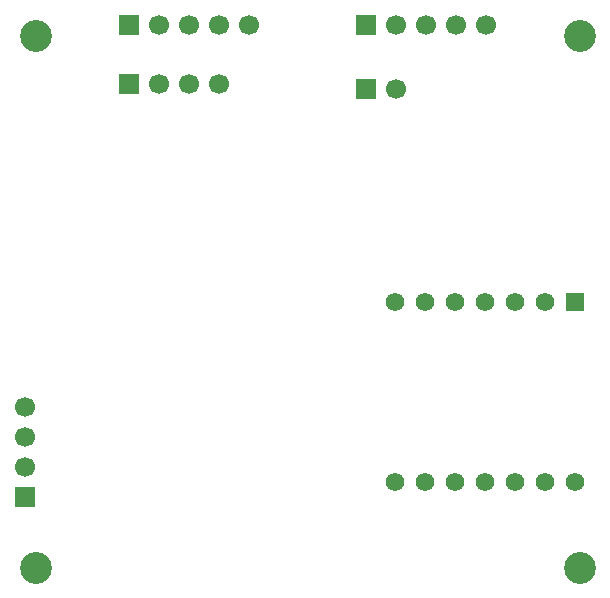
<source format=gbr>
%TF.GenerationSoftware,KiCad,Pcbnew,9.0.5*%
%TF.CreationDate,2025-10-11T13:35:54-04:00*%
%TF.ProjectId,EGR 101,45475220-3130-4312-9e6b-696361645f70,rev?*%
%TF.SameCoordinates,Original*%
%TF.FileFunction,Soldermask,Bot*%
%TF.FilePolarity,Negative*%
%FSLAX46Y46*%
G04 Gerber Fmt 4.6, Leading zero omitted, Abs format (unit mm)*
G04 Created by KiCad (PCBNEW 9.0.5) date 2025-10-11 13:35:54*
%MOMM*%
%LPD*%
G01*
G04 APERTURE LIST*
G04 Aperture macros list*
%AMRoundRect*
0 Rectangle with rounded corners*
0 $1 Rounding radius*
0 $2 $3 $4 $5 $6 $7 $8 $9 X,Y pos of 4 corners*
0 Add a 4 corners polygon primitive as box body*
4,1,4,$2,$3,$4,$5,$6,$7,$8,$9,$2,$3,0*
0 Add four circle primitives for the rounded corners*
1,1,$1+$1,$2,$3*
1,1,$1+$1,$4,$5*
1,1,$1+$1,$6,$7*
1,1,$1+$1,$8,$9*
0 Add four rect primitives between the rounded corners*
20,1,$1+$1,$2,$3,$4,$5,0*
20,1,$1+$1,$4,$5,$6,$7,0*
20,1,$1+$1,$6,$7,$8,$9,0*
20,1,$1+$1,$8,$9,$2,$3,0*%
G04 Aperture macros list end*
%ADD10C,2.700000*%
%ADD11RoundRect,0.102000X-0.679000X0.679000X-0.679000X-0.679000X0.679000X-0.679000X0.679000X0.679000X0*%
%ADD12C,1.562000*%
%ADD13C,1.700000*%
%ADD14R,1.700000X1.700000*%
G04 APERTURE END LIST*
D10*
%TO.C,H2*%
X203500000Y-102500000D03*
%TD*%
%TO.C,H4*%
X157500000Y-57500000D03*
%TD*%
%TO.C,H1*%
X203500000Y-57500000D03*
%TD*%
D11*
%TO.C,U3*%
X203080000Y-80000000D03*
D12*
X200540000Y-80000000D03*
X198000000Y-80000000D03*
X187840000Y-80000000D03*
X190380000Y-80000000D03*
X192920000Y-80000000D03*
X195460000Y-80000000D03*
X203080000Y-95240000D03*
X200540000Y-95240000D03*
X198000000Y-95240000D03*
X187840000Y-95240000D03*
X190380000Y-95240000D03*
X192920000Y-95240000D03*
X195460000Y-95240000D03*
%TD*%
D13*
%TO.C,J3*%
X195540000Y-56500000D03*
X193000000Y-56500000D03*
X190460000Y-56500000D03*
X187920000Y-56500000D03*
D14*
X185380000Y-56500000D03*
%TD*%
%TO.C,J5*%
X185380000Y-62000000D03*
D13*
X187920000Y-62000000D03*
%TD*%
D14*
%TO.C,J4*%
X165380000Y-61500000D03*
D13*
X167920000Y-61500000D03*
X170460000Y-61500000D03*
X173000000Y-61500000D03*
%TD*%
D14*
%TO.C,J2*%
X165380000Y-56500000D03*
D13*
X167920000Y-56500000D03*
X170460000Y-56500000D03*
X173000000Y-56500000D03*
X175540000Y-56500000D03*
%TD*%
D14*
%TO.C,J1*%
X156500000Y-96500000D03*
D13*
X156500000Y-93960000D03*
X156500000Y-91420000D03*
X156500000Y-88880000D03*
%TD*%
D10*
%TO.C,H3*%
X157500000Y-102500000D03*
%TD*%
M02*

</source>
